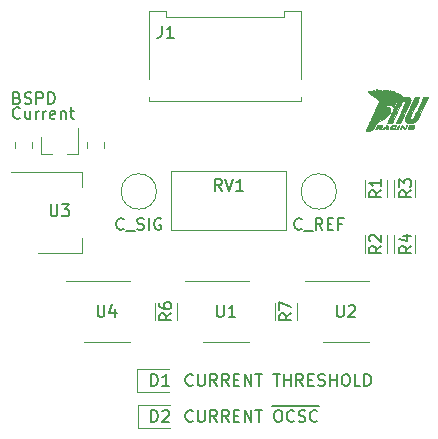
<source format=gbr>
G04 #@! TF.GenerationSoftware,KiCad,Pcbnew,(5.1.6)-1*
G04 #@! TF.CreationDate,2021-06-24T15:04:22+10:00*
G04 #@! TF.ProjectId,BSPD_Accumulator,42535044-5f41-4636-9375-6d756c61746f,rev?*
G04 #@! TF.SameCoordinates,Original*
G04 #@! TF.FileFunction,Legend,Top*
G04 #@! TF.FilePolarity,Positive*
%FSLAX46Y46*%
G04 Gerber Fmt 4.6, Leading zero omitted, Abs format (unit mm)*
G04 Created by KiCad (PCBNEW (5.1.6)-1) date 2021-06-24 15:04:22*
%MOMM*%
%LPD*%
G01*
G04 APERTURE LIST*
%ADD10C,0.150000*%
%ADD11C,0.010000*%
%ADD12C,0.120000*%
G04 APERTURE END LIST*
D10*
X70969428Y-52173142D02*
X70921809Y-52220761D01*
X70778952Y-52268380D01*
X70683714Y-52268380D01*
X70540857Y-52220761D01*
X70445619Y-52125523D01*
X70398000Y-52030285D01*
X70350380Y-51839809D01*
X70350380Y-51696952D01*
X70398000Y-51506476D01*
X70445619Y-51411238D01*
X70540857Y-51316000D01*
X70683714Y-51268380D01*
X70778952Y-51268380D01*
X70921809Y-51316000D01*
X70969428Y-51363619D01*
X71826571Y-51601714D02*
X71826571Y-52268380D01*
X71398000Y-51601714D02*
X71398000Y-52125523D01*
X71445619Y-52220761D01*
X71540857Y-52268380D01*
X71683714Y-52268380D01*
X71778952Y-52220761D01*
X71826571Y-52173142D01*
X72302761Y-52268380D02*
X72302761Y-51601714D01*
X72302761Y-51792190D02*
X72350380Y-51696952D01*
X72398000Y-51649333D01*
X72493238Y-51601714D01*
X72588476Y-51601714D01*
X72921809Y-52268380D02*
X72921809Y-51601714D01*
X72921809Y-51792190D02*
X72969428Y-51696952D01*
X73017047Y-51649333D01*
X73112285Y-51601714D01*
X73207523Y-51601714D01*
X73921809Y-52220761D02*
X73826571Y-52268380D01*
X73636095Y-52268380D01*
X73540857Y-52220761D01*
X73493238Y-52125523D01*
X73493238Y-51744571D01*
X73540857Y-51649333D01*
X73636095Y-51601714D01*
X73826571Y-51601714D01*
X73921809Y-51649333D01*
X73969428Y-51744571D01*
X73969428Y-51839809D01*
X73493238Y-51935047D01*
X74398000Y-51601714D02*
X74398000Y-52268380D01*
X74398000Y-51696952D02*
X74445619Y-51649333D01*
X74540857Y-51601714D01*
X74683714Y-51601714D01*
X74778952Y-51649333D01*
X74826571Y-51744571D01*
X74826571Y-52268380D01*
X75159904Y-51601714D02*
X75540857Y-51601714D01*
X75302761Y-51268380D02*
X75302761Y-52125523D01*
X75350380Y-52220761D01*
X75445619Y-52268380D01*
X75540857Y-52268380D01*
X70731238Y-50474571D02*
X70874095Y-50522190D01*
X70921714Y-50569809D01*
X70969333Y-50665047D01*
X70969333Y-50807904D01*
X70921714Y-50903142D01*
X70874095Y-50950761D01*
X70778857Y-50998380D01*
X70397904Y-50998380D01*
X70397904Y-49998380D01*
X70731238Y-49998380D01*
X70826476Y-50046000D01*
X70874095Y-50093619D01*
X70921714Y-50188857D01*
X70921714Y-50284095D01*
X70874095Y-50379333D01*
X70826476Y-50426952D01*
X70731238Y-50474571D01*
X70397904Y-50474571D01*
X71350285Y-50950761D02*
X71493142Y-50998380D01*
X71731238Y-50998380D01*
X71826476Y-50950761D01*
X71874095Y-50903142D01*
X71921714Y-50807904D01*
X71921714Y-50712666D01*
X71874095Y-50617428D01*
X71826476Y-50569809D01*
X71731238Y-50522190D01*
X71540761Y-50474571D01*
X71445523Y-50426952D01*
X71397904Y-50379333D01*
X71350285Y-50284095D01*
X71350285Y-50188857D01*
X71397904Y-50093619D01*
X71445523Y-50046000D01*
X71540761Y-49998380D01*
X71778857Y-49998380D01*
X71921714Y-50046000D01*
X72350285Y-50998380D02*
X72350285Y-49998380D01*
X72731238Y-49998380D01*
X72826476Y-50046000D01*
X72874095Y-50093619D01*
X72921714Y-50188857D01*
X72921714Y-50331714D01*
X72874095Y-50426952D01*
X72826476Y-50474571D01*
X72731238Y-50522190D01*
X72350285Y-50522190D01*
X73350285Y-50998380D02*
X73350285Y-49998380D01*
X73588380Y-49998380D01*
X73731238Y-50046000D01*
X73826476Y-50141238D01*
X73874095Y-50236476D01*
X73921714Y-50426952D01*
X73921714Y-50569809D01*
X73874095Y-50760285D01*
X73826476Y-50855523D01*
X73731238Y-50950761D01*
X73588380Y-50998380D01*
X73350285Y-50998380D01*
D11*
G36*
X105466985Y-50396081D02*
G01*
X105506978Y-50405360D01*
X105511600Y-50411393D01*
X105501218Y-50437538D01*
X105471576Y-50504763D01*
X105424932Y-50608128D01*
X105363543Y-50742695D01*
X105289665Y-50903524D01*
X105205555Y-51085676D01*
X105113470Y-51284212D01*
X105073450Y-51370243D01*
X104953705Y-51626466D01*
X104852178Y-51840552D01*
X104766177Y-52016661D01*
X104693011Y-52158954D01*
X104629988Y-52271591D01*
X104574415Y-52358732D01*
X104523603Y-52424538D01*
X104474858Y-52473168D01*
X104425490Y-52508784D01*
X104372806Y-52535544D01*
X104314115Y-52557611D01*
X104302807Y-52561372D01*
X104160318Y-52596578D01*
X104008588Y-52615087D01*
X103869252Y-52614949D01*
X103805636Y-52606196D01*
X103677992Y-52561884D01*
X103590461Y-52492912D01*
X103545880Y-52403024D01*
X103547087Y-52295967D01*
X103553083Y-52272791D01*
X103569639Y-52230135D01*
X103605326Y-52147166D01*
X103657598Y-52029513D01*
X103723908Y-51882805D01*
X103801708Y-51712672D01*
X103888452Y-51524742D01*
X103981594Y-51324646D01*
X103995510Y-51294891D01*
X104411342Y-50406300D01*
X104593171Y-50398837D01*
X104697977Y-50397724D01*
X104757097Y-50405356D01*
X104775000Y-50421552D01*
X104764577Y-50450562D01*
X104734857Y-50520395D01*
X104688167Y-50625903D01*
X104626828Y-50761941D01*
X104553167Y-50923361D01*
X104469508Y-51105017D01*
X104378174Y-51301761D01*
X104355900Y-51349520D01*
X104263260Y-51548291D01*
X104177721Y-51732446D01*
X104101594Y-51896962D01*
X104037191Y-52036813D01*
X103986825Y-52146975D01*
X103952808Y-52222423D01*
X103937452Y-52258133D01*
X103936800Y-52260254D01*
X103959655Y-52267651D01*
X104018072Y-52272337D01*
X104063399Y-52273200D01*
X104152079Y-52266983D01*
X104214728Y-52242793D01*
X104263787Y-52203350D01*
X104299176Y-52155439D01*
X104353771Y-52060540D01*
X104427553Y-51918687D01*
X104520507Y-51729914D01*
X104632613Y-51494255D01*
X104725304Y-51295300D01*
X104814916Y-51102148D01*
X104898555Y-50922965D01*
X104973668Y-50763138D01*
X105037700Y-50628057D01*
X105088098Y-50523108D01*
X105122308Y-50453681D01*
X105137627Y-50425350D01*
X105170543Y-50411281D01*
X105234999Y-50400757D01*
X105315933Y-50394342D01*
X105398282Y-50392595D01*
X105466985Y-50396081D01*
G37*
X105466985Y-50396081D02*
X105506978Y-50405360D01*
X105511600Y-50411393D01*
X105501218Y-50437538D01*
X105471576Y-50504763D01*
X105424932Y-50608128D01*
X105363543Y-50742695D01*
X105289665Y-50903524D01*
X105205555Y-51085676D01*
X105113470Y-51284212D01*
X105073450Y-51370243D01*
X104953705Y-51626466D01*
X104852178Y-51840552D01*
X104766177Y-52016661D01*
X104693011Y-52158954D01*
X104629988Y-52271591D01*
X104574415Y-52358732D01*
X104523603Y-52424538D01*
X104474858Y-52473168D01*
X104425490Y-52508784D01*
X104372806Y-52535544D01*
X104314115Y-52557611D01*
X104302807Y-52561372D01*
X104160318Y-52596578D01*
X104008588Y-52615087D01*
X103869252Y-52614949D01*
X103805636Y-52606196D01*
X103677992Y-52561884D01*
X103590461Y-52492912D01*
X103545880Y-52403024D01*
X103547087Y-52295967D01*
X103553083Y-52272791D01*
X103569639Y-52230135D01*
X103605326Y-52147166D01*
X103657598Y-52029513D01*
X103723908Y-51882805D01*
X103801708Y-51712672D01*
X103888452Y-51524742D01*
X103981594Y-51324646D01*
X103995510Y-51294891D01*
X104411342Y-50406300D01*
X104593171Y-50398837D01*
X104697977Y-50397724D01*
X104757097Y-50405356D01*
X104775000Y-50421552D01*
X104764577Y-50450562D01*
X104734857Y-50520395D01*
X104688167Y-50625903D01*
X104626828Y-50761941D01*
X104553167Y-50923361D01*
X104469508Y-51105017D01*
X104378174Y-51301761D01*
X104355900Y-51349520D01*
X104263260Y-51548291D01*
X104177721Y-51732446D01*
X104101594Y-51896962D01*
X104037191Y-52036813D01*
X103986825Y-52146975D01*
X103952808Y-52222423D01*
X103937452Y-52258133D01*
X103936800Y-52260254D01*
X103959655Y-52267651D01*
X104018072Y-52272337D01*
X104063399Y-52273200D01*
X104152079Y-52266983D01*
X104214728Y-52242793D01*
X104263787Y-52203350D01*
X104299176Y-52155439D01*
X104353771Y-52060540D01*
X104427553Y-51918687D01*
X104520507Y-51729914D01*
X104632613Y-51494255D01*
X104725304Y-51295300D01*
X104814916Y-51102148D01*
X104898555Y-50922965D01*
X104973668Y-50763138D01*
X105037700Y-50628057D01*
X105088098Y-50523108D01*
X105122308Y-50453681D01*
X105137627Y-50425350D01*
X105170543Y-50411281D01*
X105234999Y-50400757D01*
X105315933Y-50394342D01*
X105398282Y-50392595D01*
X105466985Y-50396081D01*
G36*
X103774596Y-50418760D02*
G01*
X103899569Y-50454414D01*
X103983600Y-50516148D01*
X104028769Y-50605319D01*
X104038400Y-50689003D01*
X104028035Y-50722517D01*
X103998797Y-50795878D01*
X103953470Y-50902980D01*
X103894838Y-51037717D01*
X103825685Y-51193985D01*
X103748794Y-51365676D01*
X103666950Y-51546687D01*
X103582937Y-51730911D01*
X103499538Y-51912242D01*
X103419538Y-52084575D01*
X103345721Y-52241805D01*
X103280870Y-52377826D01*
X103227769Y-52486532D01*
X103189203Y-52561818D01*
X103168386Y-52597050D01*
X103135004Y-52611345D01*
X103070299Y-52621864D01*
X102989291Y-52628095D01*
X102907002Y-52629531D01*
X102838450Y-52625660D01*
X102798658Y-52615973D01*
X102794129Y-52609750D01*
X102804615Y-52583294D01*
X102834390Y-52515871D01*
X102881155Y-52412499D01*
X102942611Y-52278195D01*
X103016459Y-52117978D01*
X103100400Y-51936864D01*
X103192136Y-51739872D01*
X103221827Y-51676300D01*
X103649195Y-50761900D01*
X103521648Y-50754061D01*
X103421581Y-50756251D01*
X103350857Y-50780153D01*
X103331327Y-50793091D01*
X103301728Y-50830118D01*
X103254011Y-50910781D01*
X103187864Y-51035695D01*
X103102971Y-51205476D01*
X102999020Y-51420738D01*
X102875696Y-51682097D01*
X102854240Y-51728030D01*
X102439929Y-52616100D01*
X102246076Y-52623563D01*
X102152506Y-52624421D01*
X102087394Y-52619543D01*
X102060973Y-52609803D01*
X102061062Y-52607737D01*
X102073417Y-52580392D01*
X102105018Y-52512008D01*
X102153551Y-52407548D01*
X102216704Y-52271972D01*
X102292167Y-52110242D01*
X102377625Y-51927319D01*
X102470769Y-51728164D01*
X102512566Y-51638861D01*
X102647812Y-51352344D01*
X102763538Y-51112291D01*
X102859707Y-50918771D01*
X102936284Y-50771856D01*
X102993232Y-50671615D01*
X103030516Y-50618121D01*
X103033112Y-50615395D01*
X103176207Y-50507214D01*
X103350007Y-50438565D01*
X103555470Y-50409100D01*
X103606600Y-50407833D01*
X103774596Y-50418760D01*
G37*
X103774596Y-50418760D02*
X103899569Y-50454414D01*
X103983600Y-50516148D01*
X104028769Y-50605319D01*
X104038400Y-50689003D01*
X104028035Y-50722517D01*
X103998797Y-50795878D01*
X103953470Y-50902980D01*
X103894838Y-51037717D01*
X103825685Y-51193985D01*
X103748794Y-51365676D01*
X103666950Y-51546687D01*
X103582937Y-51730911D01*
X103499538Y-51912242D01*
X103419538Y-52084575D01*
X103345721Y-52241805D01*
X103280870Y-52377826D01*
X103227769Y-52486532D01*
X103189203Y-52561818D01*
X103168386Y-52597050D01*
X103135004Y-52611345D01*
X103070299Y-52621864D01*
X102989291Y-52628095D01*
X102907002Y-52629531D01*
X102838450Y-52625660D01*
X102798658Y-52615973D01*
X102794129Y-52609750D01*
X102804615Y-52583294D01*
X102834390Y-52515871D01*
X102881155Y-52412499D01*
X102942611Y-52278195D01*
X103016459Y-52117978D01*
X103100400Y-51936864D01*
X103192136Y-51739872D01*
X103221827Y-51676300D01*
X103649195Y-50761900D01*
X103521648Y-50754061D01*
X103421581Y-50756251D01*
X103350857Y-50780153D01*
X103331327Y-50793091D01*
X103301728Y-50830118D01*
X103254011Y-50910781D01*
X103187864Y-51035695D01*
X103102971Y-51205476D01*
X102999020Y-51420738D01*
X102875696Y-51682097D01*
X102854240Y-51728030D01*
X102439929Y-52616100D01*
X102246076Y-52623563D01*
X102152506Y-52624421D01*
X102087394Y-52619543D01*
X102060973Y-52609803D01*
X102061062Y-52607737D01*
X102073417Y-52580392D01*
X102105018Y-52512008D01*
X102153551Y-52407548D01*
X102216704Y-52271972D01*
X102292167Y-52110242D01*
X102377625Y-51927319D01*
X102470769Y-51728164D01*
X102512566Y-51638861D01*
X102647812Y-51352344D01*
X102763538Y-51112291D01*
X102859707Y-50918771D01*
X102936284Y-50771856D01*
X102993232Y-50671615D01*
X103030516Y-50618121D01*
X103033112Y-50615395D01*
X103176207Y-50507214D01*
X103350007Y-50438565D01*
X103555470Y-50409100D01*
X103606600Y-50407833D01*
X103774596Y-50418760D01*
G36*
X104171875Y-52811845D02*
G01*
X104271077Y-52818178D01*
X104329553Y-52828922D01*
X104357341Y-52846678D01*
X104363399Y-52861445D01*
X104362051Y-52882037D01*
X104341849Y-52893126D01*
X104293312Y-52896066D01*
X104206958Y-52892214D01*
X104166818Y-52889565D01*
X104072227Y-52884590D01*
X104000806Y-52883705D01*
X103964475Y-52886956D01*
X103962200Y-52888768D01*
X103953283Y-52918555D01*
X103931132Y-52976106D01*
X103923759Y-52993998D01*
X103885318Y-53086000D01*
X104038059Y-53086000D01*
X104126662Y-53083085D01*
X104174282Y-53072751D01*
X104190482Y-53052611D01*
X104190800Y-53047900D01*
X104168719Y-53017257D01*
X104127300Y-53009800D01*
X104079565Y-53001105D01*
X104063800Y-52984400D01*
X104086644Y-52969910D01*
X104145052Y-52960714D01*
X104190800Y-52959000D01*
X104263237Y-52962427D01*
X104309176Y-52971190D01*
X104317705Y-52978050D01*
X104305510Y-53010320D01*
X104275481Y-53065943D01*
X104267278Y-53079650D01*
X104216946Y-53162200D01*
X104000673Y-53162200D01*
X103890314Y-53160242D01*
X103822828Y-53153529D01*
X103790410Y-53140803D01*
X103784400Y-53127328D01*
X103797293Y-53067867D01*
X103829634Y-52989934D01*
X103871909Y-52911836D01*
X103914608Y-52851881D01*
X103938233Y-52831232D01*
X103987923Y-52818836D01*
X104070640Y-52811845D01*
X104168767Y-52811723D01*
X104171875Y-52811845D01*
G37*
X104171875Y-52811845D02*
X104271077Y-52818178D01*
X104329553Y-52828922D01*
X104357341Y-52846678D01*
X104363399Y-52861445D01*
X104362051Y-52882037D01*
X104341849Y-52893126D01*
X104293312Y-52896066D01*
X104206958Y-52892214D01*
X104166818Y-52889565D01*
X104072227Y-52884590D01*
X104000806Y-52883705D01*
X103964475Y-52886956D01*
X103962200Y-52888768D01*
X103953283Y-52918555D01*
X103931132Y-52976106D01*
X103923759Y-52993998D01*
X103885318Y-53086000D01*
X104038059Y-53086000D01*
X104126662Y-53083085D01*
X104174282Y-53072751D01*
X104190482Y-53052611D01*
X104190800Y-53047900D01*
X104168719Y-53017257D01*
X104127300Y-53009800D01*
X104079565Y-53001105D01*
X104063800Y-52984400D01*
X104086644Y-52969910D01*
X104145052Y-52960714D01*
X104190800Y-52959000D01*
X104263237Y-52962427D01*
X104309176Y-52971190D01*
X104317705Y-52978050D01*
X104305510Y-53010320D01*
X104275481Y-53065943D01*
X104267278Y-53079650D01*
X104216946Y-53162200D01*
X104000673Y-53162200D01*
X103890314Y-53160242D01*
X103822828Y-53153529D01*
X103790410Y-53140803D01*
X103784400Y-53127328D01*
X103797293Y-53067867D01*
X103829634Y-52989934D01*
X103871909Y-52911836D01*
X103914608Y-52851881D01*
X103938233Y-52831232D01*
X103987923Y-52818836D01*
X104070640Y-52811845D01*
X104168767Y-52811723D01*
X104171875Y-52811845D01*
G36*
X103733515Y-52828824D02*
G01*
X103733600Y-52832724D01*
X103721668Y-52877904D01*
X103691201Y-52945573D01*
X103650189Y-53021778D01*
X103606622Y-53092567D01*
X103568493Y-53143988D01*
X103544893Y-53162200D01*
X103510264Y-53144294D01*
X103456442Y-53097802D01*
X103406465Y-53045354D01*
X103303613Y-52928508D01*
X103246845Y-53045354D01*
X103206834Y-53112345D01*
X103167533Y-53154412D01*
X103137192Y-53165459D01*
X103124061Y-53139396D01*
X103124000Y-53136075D01*
X103134805Y-53099099D01*
X103162344Y-53036170D01*
X103199300Y-52961391D01*
X103238356Y-52888863D01*
X103272196Y-52832688D01*
X103293502Y-52806971D01*
X103294943Y-52806600D01*
X103320797Y-52823141D01*
X103371159Y-52866428D01*
X103432727Y-52924768D01*
X103552700Y-53042937D01*
X103610111Y-52924768D01*
X103650312Y-52857253D01*
X103689714Y-52814706D01*
X103720166Y-52803204D01*
X103733515Y-52828824D01*
G37*
X103733515Y-52828824D02*
X103733600Y-52832724D01*
X103721668Y-52877904D01*
X103691201Y-52945573D01*
X103650189Y-53021778D01*
X103606622Y-53092567D01*
X103568493Y-53143988D01*
X103544893Y-53162200D01*
X103510264Y-53144294D01*
X103456442Y-53097802D01*
X103406465Y-53045354D01*
X103303613Y-52928508D01*
X103246845Y-53045354D01*
X103206834Y-53112345D01*
X103167533Y-53154412D01*
X103137192Y-53165459D01*
X103124061Y-53139396D01*
X103124000Y-53136075D01*
X103134805Y-53099099D01*
X103162344Y-53036170D01*
X103199300Y-52961391D01*
X103238356Y-52888863D01*
X103272196Y-52832688D01*
X103293502Y-52806971D01*
X103294943Y-52806600D01*
X103320797Y-52823141D01*
X103371159Y-52866428D01*
X103432727Y-52924768D01*
X103552700Y-53042937D01*
X103610111Y-52924768D01*
X103650312Y-52857253D01*
X103689714Y-52814706D01*
X103720166Y-52803204D01*
X103733515Y-52828824D01*
G36*
X103075460Y-52811003D02*
G01*
X103080040Y-52831038D01*
X103065236Y-52876940D01*
X103032438Y-52952650D01*
X102995898Y-53034493D01*
X102967009Y-53099913D01*
X102953841Y-53130450D01*
X102927463Y-53151719D01*
X102885054Y-53162887D01*
X102850971Y-53159598D01*
X102844600Y-53149980D01*
X102855035Y-53122860D01*
X102882547Y-53062719D01*
X102921445Y-52981949D01*
X102926251Y-52972180D01*
X102983547Y-52869341D01*
X103029916Y-52815543D01*
X103052931Y-52806600D01*
X103075460Y-52811003D01*
G37*
X103075460Y-52811003D02*
X103080040Y-52831038D01*
X103065236Y-52876940D01*
X103032438Y-52952650D01*
X102995898Y-53034493D01*
X102967009Y-53099913D01*
X102953841Y-53130450D01*
X102927463Y-53151719D01*
X102885054Y-53162887D01*
X102850971Y-53159598D01*
X102844600Y-53149980D01*
X102855035Y-53122860D01*
X102882547Y-53062719D01*
X102921445Y-52981949D01*
X102926251Y-52972180D01*
X102983547Y-52869341D01*
X103029916Y-52815543D01*
X103052931Y-52806600D01*
X103075460Y-52811003D01*
G36*
X102655158Y-52811524D02*
G01*
X102740264Y-52818024D01*
X102786094Y-52829338D01*
X102804172Y-52849928D01*
X102806500Y-52870100D01*
X102786035Y-52915128D01*
X102746530Y-52929386D01*
X102704843Y-52927511D01*
X102703579Y-52910336D01*
X102692897Y-52892244D01*
X102632518Y-52883613D01*
X102592751Y-52882800D01*
X102514274Y-52885888D01*
X102468904Y-52900424D01*
X102439068Y-52934309D01*
X102426152Y-52957738D01*
X102399312Y-53017114D01*
X102387432Y-53058186D01*
X102387400Y-53059338D01*
X102409199Y-53077783D01*
X102462900Y-53085285D01*
X102530960Y-53082549D01*
X102595834Y-53070281D01*
X102639977Y-53049187D01*
X102639980Y-53049184D01*
X102688742Y-53023520D01*
X102718664Y-53037288D01*
X102717695Y-53079577D01*
X102703068Y-53106307D01*
X102676428Y-53135612D01*
X102638951Y-53152523D01*
X102577419Y-53160299D01*
X102478614Y-53162199D01*
X102476358Y-53162200D01*
X102383641Y-53159337D01*
X102312326Y-53151785D01*
X102276194Y-53141091D01*
X102274788Y-53139532D01*
X102276921Y-53105988D01*
X102296621Y-53041745D01*
X102323488Y-52975066D01*
X102363830Y-52893868D01*
X102406044Y-52843098D01*
X102462535Y-52816640D01*
X102545706Y-52808378D01*
X102655158Y-52811524D01*
G37*
X102655158Y-52811524D02*
X102740264Y-52818024D01*
X102786094Y-52829338D01*
X102804172Y-52849928D01*
X102806500Y-52870100D01*
X102786035Y-52915128D01*
X102746530Y-52929386D01*
X102704843Y-52927511D01*
X102703579Y-52910336D01*
X102692897Y-52892244D01*
X102632518Y-52883613D01*
X102592751Y-52882800D01*
X102514274Y-52885888D01*
X102468904Y-52900424D01*
X102439068Y-52934309D01*
X102426152Y-52957738D01*
X102399312Y-53017114D01*
X102387432Y-53058186D01*
X102387400Y-53059338D01*
X102409199Y-53077783D01*
X102462900Y-53085285D01*
X102530960Y-53082549D01*
X102595834Y-53070281D01*
X102639977Y-53049187D01*
X102639980Y-53049184D01*
X102688742Y-53023520D01*
X102718664Y-53037288D01*
X102717695Y-53079577D01*
X102703068Y-53106307D01*
X102676428Y-53135612D01*
X102638951Y-53152523D01*
X102577419Y-53160299D01*
X102478614Y-53162199D01*
X102476358Y-53162200D01*
X102383641Y-53159337D01*
X102312326Y-53151785D01*
X102276194Y-53141091D01*
X102274788Y-53139532D01*
X102276921Y-53105988D01*
X102296621Y-53041745D01*
X102323488Y-52975066D01*
X102363830Y-52893868D01*
X102406044Y-52843098D01*
X102462535Y-52816640D01*
X102545706Y-52808378D01*
X102655158Y-52811524D01*
G36*
X102068179Y-52825835D02*
G01*
X102093510Y-52887088D01*
X102109182Y-52951998D01*
X102127687Y-53036647D01*
X102143889Y-53103108D01*
X102151801Y-53129798D01*
X102142302Y-53156101D01*
X102109920Y-53162200D01*
X102059925Y-53146426D01*
X102040985Y-53124100D01*
X102012284Y-53099152D01*
X101945742Y-53087483D01*
X101892492Y-53086000D01*
X101789124Y-53094645D01*
X101730693Y-53120135D01*
X101727000Y-53124100D01*
X101676777Y-53155313D01*
X101641339Y-53161286D01*
X101608091Y-53158201D01*
X101609753Y-53143991D01*
X101648519Y-53108689D01*
X101653904Y-53104136D01*
X101707421Y-53058527D01*
X101764143Y-53009800D01*
X101870544Y-53009800D01*
X101938472Y-53009800D01*
X101989013Y-53000832D01*
X102005713Y-52964446D01*
X102006400Y-52946300D01*
X102003559Y-52898504D01*
X101998127Y-52882800D01*
X101977076Y-52899302D01*
X101936452Y-52939692D01*
X101930200Y-52946300D01*
X101870544Y-53009800D01*
X101764143Y-53009800D01*
X101782631Y-52993919D01*
X101859842Y-52927250D01*
X101933767Y-52867760D01*
X101997282Y-52824665D01*
X102037419Y-52806691D01*
X102039087Y-52806600D01*
X102068179Y-52825835D01*
G37*
X102068179Y-52825835D02*
X102093510Y-52887088D01*
X102109182Y-52951998D01*
X102127687Y-53036647D01*
X102143889Y-53103108D01*
X102151801Y-53129798D01*
X102142302Y-53156101D01*
X102109920Y-53162200D01*
X102059925Y-53146426D01*
X102040985Y-53124100D01*
X102012284Y-53099152D01*
X101945742Y-53087483D01*
X101892492Y-53086000D01*
X101789124Y-53094645D01*
X101730693Y-53120135D01*
X101727000Y-53124100D01*
X101676777Y-53155313D01*
X101641339Y-53161286D01*
X101608091Y-53158201D01*
X101609753Y-53143991D01*
X101648519Y-53108689D01*
X101653904Y-53104136D01*
X101707421Y-53058527D01*
X101764143Y-53009800D01*
X101870544Y-53009800D01*
X101938472Y-53009800D01*
X101989013Y-53000832D01*
X102005713Y-52964446D01*
X102006400Y-52946300D01*
X102003559Y-52898504D01*
X101998127Y-52882800D01*
X101977076Y-52899302D01*
X101936452Y-52939692D01*
X101930200Y-52946300D01*
X101870544Y-53009800D01*
X101764143Y-53009800D01*
X101782631Y-52993919D01*
X101859842Y-52927250D01*
X101933767Y-52867760D01*
X101997282Y-52824665D01*
X102037419Y-52806691D01*
X102039087Y-52806600D01*
X102068179Y-52825835D01*
G36*
X101503155Y-52810000D02*
G01*
X101575682Y-52819026D01*
X101612357Y-52831917D01*
X101613592Y-52833443D01*
X101623017Y-52891488D01*
X101596848Y-52955729D01*
X101544061Y-53007988D01*
X101521536Y-53019843D01*
X101472298Y-53044341D01*
X101464924Y-53064559D01*
X101484321Y-53084855D01*
X101520327Y-53127685D01*
X101508708Y-53154396D01*
X101460885Y-53162200D01*
X101393772Y-53138615D01*
X101356364Y-53098700D01*
X101311162Y-53052744D01*
X101266334Y-53035200D01*
X101220235Y-53056525D01*
X101188978Y-53098700D01*
X101152064Y-53145787D01*
X101113322Y-53162200D01*
X101074236Y-53158031D01*
X101066600Y-53153013D01*
X101076315Y-53127118D01*
X101101940Y-53067336D01*
X101138194Y-52985946D01*
X101143052Y-52975213D01*
X101156727Y-52945053D01*
X101258928Y-52945053D01*
X101285166Y-52955198D01*
X101348842Y-52955396D01*
X101376045Y-52953967D01*
X101457020Y-52943504D01*
X101507777Y-52925365D01*
X101517570Y-52914550D01*
X101504149Y-52893333D01*
X101457256Y-52882263D01*
X101393092Y-52880859D01*
X101327859Y-52888636D01*
X101277761Y-52905113D01*
X101260109Y-52922217D01*
X101258928Y-52945053D01*
X101156727Y-52945053D01*
X101219505Y-52806600D01*
X101408253Y-52806600D01*
X101503155Y-52810000D01*
G37*
X101503155Y-52810000D02*
X101575682Y-52819026D01*
X101612357Y-52831917D01*
X101613592Y-52833443D01*
X101623017Y-52891488D01*
X101596848Y-52955729D01*
X101544061Y-53007988D01*
X101521536Y-53019843D01*
X101472298Y-53044341D01*
X101464924Y-53064559D01*
X101484321Y-53084855D01*
X101520327Y-53127685D01*
X101508708Y-53154396D01*
X101460885Y-53162200D01*
X101393772Y-53138615D01*
X101356364Y-53098700D01*
X101311162Y-53052744D01*
X101266334Y-53035200D01*
X101220235Y-53056525D01*
X101188978Y-53098700D01*
X101152064Y-53145787D01*
X101113322Y-53162200D01*
X101074236Y-53158031D01*
X101066600Y-53153013D01*
X101076315Y-53127118D01*
X101101940Y-53067336D01*
X101138194Y-52985946D01*
X101143052Y-52975213D01*
X101156727Y-52945053D01*
X101258928Y-52945053D01*
X101285166Y-52955198D01*
X101348842Y-52955396D01*
X101376045Y-52953967D01*
X101457020Y-52943504D01*
X101507777Y-52925365D01*
X101517570Y-52914550D01*
X101504149Y-52893333D01*
X101457256Y-52882263D01*
X101393092Y-52880859D01*
X101327859Y-52888636D01*
X101277761Y-52905113D01*
X101260109Y-52922217D01*
X101258928Y-52945053D01*
X101156727Y-52945053D01*
X101219505Y-52806600D01*
X101408253Y-52806600D01*
X101503155Y-52810000D01*
G36*
X101339679Y-49789393D02*
G01*
X101557501Y-49796700D01*
X101587438Y-49885600D01*
X101617374Y-49974500D01*
X101651889Y-49879249D01*
X101676576Y-49820684D01*
X101706279Y-49793194D01*
X101759129Y-49785448D01*
X101801952Y-49785463D01*
X101901251Y-49790724D01*
X102000300Y-49801876D01*
X102018358Y-49804824D01*
X102081713Y-49819950D01*
X102115250Y-49846489D01*
X102134207Y-49900549D01*
X102141400Y-49934899D01*
X102163584Y-50047078D01*
X102216984Y-49953639D01*
X102249329Y-49902642D01*
X102282153Y-49874477D01*
X102326902Y-49867817D01*
X102395021Y-49881337D01*
X102497957Y-49913713D01*
X102514400Y-49919206D01*
X102679500Y-49974500D01*
X102687476Y-50085855D01*
X102695453Y-50197211D01*
X102776846Y-50118323D01*
X102858238Y-50039434D01*
X103092719Y-50169907D01*
X103188994Y-50224906D01*
X103266110Y-50271680D01*
X103314835Y-50304457D01*
X103327200Y-50316487D01*
X103305753Y-50334400D01*
X103252281Y-50359316D01*
X103232040Y-50367004D01*
X103168513Y-50401907D01*
X103086545Y-50463259D01*
X103001334Y-50539444D01*
X102984390Y-50556301D01*
X102909470Y-50637500D01*
X102848719Y-50717882D01*
X102793100Y-50811686D01*
X102733574Y-50933150D01*
X102704900Y-50996590D01*
X102651563Y-51115080D01*
X102613958Y-51193111D01*
X102587739Y-51236887D01*
X102568565Y-51252615D01*
X102552092Y-51246500D01*
X102539800Y-51232491D01*
X102459313Y-51166945D01*
X102342256Y-51124883D01*
X102197730Y-51107542D01*
X102034836Y-51116162D01*
X101891086Y-51144209D01*
X101812195Y-51167371D01*
X101750751Y-51189970D01*
X101713956Y-51208227D01*
X101709010Y-51218364D01*
X101743116Y-51216603D01*
X101758199Y-51213935D01*
X101812694Y-51211651D01*
X101899317Y-51216497D01*
X102000058Y-51227423D01*
X102007775Y-51228471D01*
X102111399Y-51245425D01*
X102179904Y-51265588D01*
X102228878Y-51295221D01*
X102266749Y-51332482D01*
X102318482Y-51411766D01*
X102334178Y-51500034D01*
X102313670Y-51606151D01*
X102259147Y-51734282D01*
X102167824Y-51876697D01*
X102036266Y-52025145D01*
X101873080Y-52171696D01*
X101686875Y-52308419D01*
X101536468Y-52400200D01*
X101319275Y-52535722D01*
X101146707Y-52676492D01*
X101012594Y-52828522D01*
X100910765Y-52997827D01*
X100899954Y-53020602D01*
X100851101Y-53120461D01*
X100810808Y-53184497D01*
X100769810Y-53224454D01*
X100718841Y-53252081D01*
X100716592Y-53253042D01*
X100600287Y-53289156D01*
X100479187Y-53305096D01*
X100370707Y-53299857D01*
X100299872Y-53277132D01*
X100231645Y-53238478D01*
X100301716Y-53087183D01*
X100436768Y-53087183D01*
X100446398Y-53148813D01*
X100446618Y-53149693D01*
X100461359Y-53194717D01*
X100476232Y-53194872D01*
X100487960Y-53176761D01*
X100495053Y-53121308D01*
X100480786Y-53096756D01*
X100448579Y-53069292D01*
X100436768Y-53087183D01*
X100301716Y-53087183D01*
X100328715Y-53028889D01*
X100360018Y-52961538D01*
X100410101Y-52854081D01*
X100476207Y-52712419D01*
X100555579Y-52542455D01*
X100645460Y-52350090D01*
X100743095Y-52141226D01*
X100845726Y-51921766D01*
X100911609Y-51780931D01*
X101006089Y-51578508D01*
X101244400Y-51578508D01*
X101262107Y-51571884D01*
X101307526Y-51540685D01*
X101346000Y-51511200D01*
X101404175Y-51459689D01*
X101440769Y-51416826D01*
X101447253Y-51401115D01*
X101439286Y-51343179D01*
X101421522Y-51288581D01*
X101401312Y-51258448D01*
X101397157Y-51257200D01*
X101380265Y-51278218D01*
X101350729Y-51331576D01*
X101315463Y-51402731D01*
X101281382Y-51477140D01*
X101255399Y-51540258D01*
X101244430Y-51577542D01*
X101244400Y-51578508D01*
X101006089Y-51578508D01*
X101028441Y-51530620D01*
X101124930Y-51322322D01*
X101202676Y-51152236D01*
X101263278Y-51016558D01*
X101308334Y-50911484D01*
X101339444Y-50833212D01*
X101358206Y-50777939D01*
X101366220Y-50741862D01*
X101365084Y-50721176D01*
X101360129Y-50714131D01*
X101187476Y-50581583D01*
X101021811Y-50452598D01*
X100942967Y-50390329D01*
X101804624Y-50390329D01*
X101811286Y-50476382D01*
X101824817Y-50547084D01*
X101829310Y-50560569D01*
X101851490Y-50605353D01*
X101868121Y-50616545D01*
X101869249Y-50586383D01*
X101854710Y-50535169D01*
X101837236Y-50467736D01*
X101829671Y-50394181D01*
X101832188Y-50331109D01*
X101844963Y-50295125D01*
X101852150Y-50292000D01*
X101880989Y-50309879D01*
X101928034Y-50355392D01*
X101956382Y-50387250D01*
X102000221Y-50435933D01*
X102015280Y-50444128D01*
X102005844Y-50419000D01*
X101961993Y-50342172D01*
X101912328Y-50273087D01*
X101866149Y-50222915D01*
X101832755Y-50202825D01*
X101826944Y-50204123D01*
X101812344Y-50237794D01*
X101804941Y-50305331D01*
X101804624Y-50390329D01*
X100942967Y-50390329D01*
X100867675Y-50330866D01*
X100729610Y-50220081D01*
X100612155Y-50123933D01*
X100519854Y-50046113D01*
X100457247Y-49990314D01*
X100428876Y-49960227D01*
X100427942Y-49956375D01*
X100458430Y-49943132D01*
X100527124Y-49921819D01*
X100622724Y-49895763D01*
X100698644Y-49876714D01*
X100952300Y-49815176D01*
X101006614Y-49903350D01*
X101043812Y-49956885D01*
X101068532Y-49967458D01*
X101087486Y-49932465D01*
X101103941Y-49865593D01*
X101121856Y-49782087D01*
X101339679Y-49789393D01*
G37*
X101339679Y-49789393D02*
X101557501Y-49796700D01*
X101587438Y-49885600D01*
X101617374Y-49974500D01*
X101651889Y-49879249D01*
X101676576Y-49820684D01*
X101706279Y-49793194D01*
X101759129Y-49785448D01*
X101801952Y-49785463D01*
X101901251Y-49790724D01*
X102000300Y-49801876D01*
X102018358Y-49804824D01*
X102081713Y-49819950D01*
X102115250Y-49846489D01*
X102134207Y-49900549D01*
X102141400Y-49934899D01*
X102163584Y-50047078D01*
X102216984Y-49953639D01*
X102249329Y-49902642D01*
X102282153Y-49874477D01*
X102326902Y-49867817D01*
X102395021Y-49881337D01*
X102497957Y-49913713D01*
X102514400Y-49919206D01*
X102679500Y-49974500D01*
X102687476Y-50085855D01*
X102695453Y-50197211D01*
X102776846Y-50118323D01*
X102858238Y-50039434D01*
X103092719Y-50169907D01*
X103188994Y-50224906D01*
X103266110Y-50271680D01*
X103314835Y-50304457D01*
X103327200Y-50316487D01*
X103305753Y-50334400D01*
X103252281Y-50359316D01*
X103232040Y-50367004D01*
X103168513Y-50401907D01*
X103086545Y-50463259D01*
X103001334Y-50539444D01*
X102984390Y-50556301D01*
X102909470Y-50637500D01*
X102848719Y-50717882D01*
X102793100Y-50811686D01*
X102733574Y-50933150D01*
X102704900Y-50996590D01*
X102651563Y-51115080D01*
X102613958Y-51193111D01*
X102587739Y-51236887D01*
X102568565Y-51252615D01*
X102552092Y-51246500D01*
X102539800Y-51232491D01*
X102459313Y-51166945D01*
X102342256Y-51124883D01*
X102197730Y-51107542D01*
X102034836Y-51116162D01*
X101891086Y-51144209D01*
X101812195Y-51167371D01*
X101750751Y-51189970D01*
X101713956Y-51208227D01*
X101709010Y-51218364D01*
X101743116Y-51216603D01*
X101758199Y-51213935D01*
X101812694Y-51211651D01*
X101899317Y-51216497D01*
X102000058Y-51227423D01*
X102007775Y-51228471D01*
X102111399Y-51245425D01*
X102179904Y-51265588D01*
X102228878Y-51295221D01*
X102266749Y-51332482D01*
X102318482Y-51411766D01*
X102334178Y-51500034D01*
X102313670Y-51606151D01*
X102259147Y-51734282D01*
X102167824Y-51876697D01*
X102036266Y-52025145D01*
X101873080Y-52171696D01*
X101686875Y-52308419D01*
X101536468Y-52400200D01*
X101319275Y-52535722D01*
X101146707Y-52676492D01*
X101012594Y-52828522D01*
X100910765Y-52997827D01*
X100899954Y-53020602D01*
X100851101Y-53120461D01*
X100810808Y-53184497D01*
X100769810Y-53224454D01*
X100718841Y-53252081D01*
X100716592Y-53253042D01*
X100600287Y-53289156D01*
X100479187Y-53305096D01*
X100370707Y-53299857D01*
X100299872Y-53277132D01*
X100231645Y-53238478D01*
X100301716Y-53087183D01*
X100436768Y-53087183D01*
X100446398Y-53148813D01*
X100446618Y-53149693D01*
X100461359Y-53194717D01*
X100476232Y-53194872D01*
X100487960Y-53176761D01*
X100495053Y-53121308D01*
X100480786Y-53096756D01*
X100448579Y-53069292D01*
X100436768Y-53087183D01*
X100301716Y-53087183D01*
X100328715Y-53028889D01*
X100360018Y-52961538D01*
X100410101Y-52854081D01*
X100476207Y-52712419D01*
X100555579Y-52542455D01*
X100645460Y-52350090D01*
X100743095Y-52141226D01*
X100845726Y-51921766D01*
X100911609Y-51780931D01*
X101006089Y-51578508D01*
X101244400Y-51578508D01*
X101262107Y-51571884D01*
X101307526Y-51540685D01*
X101346000Y-51511200D01*
X101404175Y-51459689D01*
X101440769Y-51416826D01*
X101447253Y-51401115D01*
X101439286Y-51343179D01*
X101421522Y-51288581D01*
X101401312Y-51258448D01*
X101397157Y-51257200D01*
X101380265Y-51278218D01*
X101350729Y-51331576D01*
X101315463Y-51402731D01*
X101281382Y-51477140D01*
X101255399Y-51540258D01*
X101244430Y-51577542D01*
X101244400Y-51578508D01*
X101006089Y-51578508D01*
X101028441Y-51530620D01*
X101124930Y-51322322D01*
X101202676Y-51152236D01*
X101263278Y-51016558D01*
X101308334Y-50911484D01*
X101339444Y-50833212D01*
X101358206Y-50777939D01*
X101366220Y-50741862D01*
X101365084Y-50721176D01*
X101360129Y-50714131D01*
X101187476Y-50581583D01*
X101021811Y-50452598D01*
X100942967Y-50390329D01*
X101804624Y-50390329D01*
X101811286Y-50476382D01*
X101824817Y-50547084D01*
X101829310Y-50560569D01*
X101851490Y-50605353D01*
X101868121Y-50616545D01*
X101869249Y-50586383D01*
X101854710Y-50535169D01*
X101837236Y-50467736D01*
X101829671Y-50394181D01*
X101832188Y-50331109D01*
X101844963Y-50295125D01*
X101852150Y-50292000D01*
X101880989Y-50309879D01*
X101928034Y-50355392D01*
X101956382Y-50387250D01*
X102000221Y-50435933D01*
X102015280Y-50444128D01*
X102005844Y-50419000D01*
X101961993Y-50342172D01*
X101912328Y-50273087D01*
X101866149Y-50222915D01*
X101832755Y-50202825D01*
X101826944Y-50204123D01*
X101812344Y-50237794D01*
X101804941Y-50305331D01*
X101804624Y-50390329D01*
X100942967Y-50390329D01*
X100867675Y-50330866D01*
X100729610Y-50220081D01*
X100612155Y-50123933D01*
X100519854Y-50046113D01*
X100457247Y-49990314D01*
X100428876Y-49960227D01*
X100427942Y-49956375D01*
X100458430Y-49943132D01*
X100527124Y-49921819D01*
X100622724Y-49895763D01*
X100698644Y-49876714D01*
X100952300Y-49815176D01*
X101006614Y-49903350D01*
X101043812Y-49956885D01*
X101068532Y-49967458D01*
X101087486Y-49932465D01*
X101103941Y-49865593D01*
X101121856Y-49782087D01*
X101339679Y-49789393D01*
D12*
X81909000Y-50420000D02*
X81909000Y-50730000D01*
X81909000Y-50730000D02*
X94779000Y-50730000D01*
X94779000Y-50730000D02*
X94779000Y-50420000D01*
X81909000Y-48900000D02*
X81909000Y-43140000D01*
X81909000Y-43140000D02*
X83329000Y-43140000D01*
X83329000Y-43140000D02*
X83329000Y-43640000D01*
X83329000Y-43640000D02*
X93359000Y-43640000D01*
X93359000Y-43640000D02*
X93359000Y-43140000D01*
X93359000Y-43140000D02*
X94779000Y-43140000D01*
X94779000Y-43140000D02*
X94779000Y-48900000D01*
X70512000Y-54744252D02*
X70512000Y-54221748D01*
X71982000Y-54744252D02*
X71982000Y-54221748D01*
X78078000Y-54744252D02*
X78078000Y-54221748D01*
X76608000Y-54744252D02*
X76608000Y-54221748D01*
X83550000Y-73462000D02*
X80865000Y-73462000D01*
X80865000Y-73462000D02*
X80865000Y-75382000D01*
X80865000Y-75382000D02*
X83550000Y-75382000D01*
X80943500Y-78430000D02*
X83628500Y-78430000D01*
X80943500Y-76510000D02*
X80943500Y-78430000D01*
X83628500Y-76510000D02*
X80943500Y-76510000D01*
X72715000Y-55243000D02*
X73645000Y-55243000D01*
X75875000Y-55243000D02*
X74945000Y-55243000D01*
X75875000Y-55243000D02*
X75875000Y-53083000D01*
X72715000Y-55243000D02*
X72715000Y-53783000D01*
X100182000Y-58893064D02*
X100182000Y-57438936D01*
X102002000Y-58893064D02*
X102002000Y-57438936D01*
X100182000Y-62137936D02*
X100182000Y-63592064D01*
X102002000Y-62137936D02*
X102002000Y-63592064D01*
X104415000Y-57438936D02*
X104415000Y-58893064D01*
X102595000Y-57438936D02*
X102595000Y-58893064D01*
X102595000Y-62137936D02*
X102595000Y-63592064D01*
X104415000Y-62137936D02*
X104415000Y-63592064D01*
X84222000Y-67852936D02*
X84222000Y-69307064D01*
X82402000Y-67852936D02*
X82402000Y-69307064D01*
X94382000Y-69307064D02*
X94382000Y-67852936D01*
X92562000Y-69307064D02*
X92562000Y-67852936D01*
X83761000Y-56652000D02*
X93531000Y-56652000D01*
X83761000Y-61722000D02*
X93531000Y-61722000D01*
X83761000Y-56652000D02*
X83761000Y-61722000D01*
X93531000Y-56652000D02*
X93531000Y-61722000D01*
X88399501Y-66014501D02*
X84949501Y-66014501D01*
X88399501Y-66014501D02*
X90349501Y-66014501D01*
X88399501Y-71134501D02*
X86449501Y-71134501D01*
X88399501Y-71134501D02*
X90349501Y-71134501D01*
X98552000Y-71140000D02*
X100502000Y-71140000D01*
X98552000Y-71140000D02*
X96602000Y-71140000D01*
X98552000Y-66020000D02*
X100502000Y-66020000D01*
X98552000Y-66020000D02*
X95102000Y-66020000D01*
X76230000Y-63608000D02*
X76230000Y-62348000D01*
X76230000Y-56788000D02*
X76230000Y-58048000D01*
X72470000Y-63608000D02*
X76230000Y-63608000D01*
X70220000Y-56788000D02*
X76230000Y-56788000D01*
X78297000Y-71140000D02*
X80247000Y-71140000D01*
X78297000Y-71140000D02*
X76347000Y-71140000D01*
X78297000Y-66020000D02*
X80247000Y-66020000D01*
X78297000Y-66020000D02*
X74847000Y-66020000D01*
X97766000Y-58420000D02*
G75*
G03*
X97766000Y-58420000I-1500000J0D01*
G01*
X82526000Y-58420000D02*
G75*
G03*
X82526000Y-58420000I-1500000J0D01*
G01*
D10*
X82978666Y-44410380D02*
X82978666Y-45124666D01*
X82931047Y-45267523D01*
X82835809Y-45362761D01*
X82692952Y-45410380D01*
X82597714Y-45410380D01*
X83978666Y-45410380D02*
X83407238Y-45410380D01*
X83692952Y-45410380D02*
X83692952Y-44410380D01*
X83597714Y-44553238D01*
X83502476Y-44648476D01*
X83407238Y-44696095D01*
X82065904Y-74874380D02*
X82065904Y-73874380D01*
X82304000Y-73874380D01*
X82446857Y-73922000D01*
X82542095Y-74017238D01*
X82589714Y-74112476D01*
X82637333Y-74302952D01*
X82637333Y-74445809D01*
X82589714Y-74636285D01*
X82542095Y-74731523D01*
X82446857Y-74826761D01*
X82304000Y-74874380D01*
X82065904Y-74874380D01*
X83589714Y-74874380D02*
X83018285Y-74874380D01*
X83304000Y-74874380D02*
X83304000Y-73874380D01*
X83208761Y-74017238D01*
X83113523Y-74112476D01*
X83018285Y-74160095D01*
X85598904Y-74779142D02*
X85551285Y-74826761D01*
X85408428Y-74874380D01*
X85313190Y-74874380D01*
X85170333Y-74826761D01*
X85075095Y-74731523D01*
X85027476Y-74636285D01*
X84979857Y-74445809D01*
X84979857Y-74302952D01*
X85027476Y-74112476D01*
X85075095Y-74017238D01*
X85170333Y-73922000D01*
X85313190Y-73874380D01*
X85408428Y-73874380D01*
X85551285Y-73922000D01*
X85598904Y-73969619D01*
X86027476Y-73874380D02*
X86027476Y-74683904D01*
X86075095Y-74779142D01*
X86122714Y-74826761D01*
X86217952Y-74874380D01*
X86408428Y-74874380D01*
X86503666Y-74826761D01*
X86551285Y-74779142D01*
X86598904Y-74683904D01*
X86598904Y-73874380D01*
X87646523Y-74874380D02*
X87313190Y-74398190D01*
X87075095Y-74874380D02*
X87075095Y-73874380D01*
X87456047Y-73874380D01*
X87551285Y-73922000D01*
X87598904Y-73969619D01*
X87646523Y-74064857D01*
X87646523Y-74207714D01*
X87598904Y-74302952D01*
X87551285Y-74350571D01*
X87456047Y-74398190D01*
X87075095Y-74398190D01*
X88646523Y-74874380D02*
X88313190Y-74398190D01*
X88075095Y-74874380D02*
X88075095Y-73874380D01*
X88456047Y-73874380D01*
X88551285Y-73922000D01*
X88598904Y-73969619D01*
X88646523Y-74064857D01*
X88646523Y-74207714D01*
X88598904Y-74302952D01*
X88551285Y-74350571D01*
X88456047Y-74398190D01*
X88075095Y-74398190D01*
X89075095Y-74350571D02*
X89408428Y-74350571D01*
X89551285Y-74874380D02*
X89075095Y-74874380D01*
X89075095Y-73874380D01*
X89551285Y-73874380D01*
X89979857Y-74874380D02*
X89979857Y-73874380D01*
X90551285Y-74874380D01*
X90551285Y-73874380D01*
X90884619Y-73874380D02*
X91456047Y-73874380D01*
X91170333Y-74874380D02*
X91170333Y-73874380D01*
X92408428Y-73874380D02*
X92979857Y-73874380D01*
X92694142Y-74874380D02*
X92694142Y-73874380D01*
X93313190Y-74874380D02*
X93313190Y-73874380D01*
X93313190Y-74350571D02*
X93884619Y-74350571D01*
X93884619Y-74874380D02*
X93884619Y-73874380D01*
X94932238Y-74874380D02*
X94598904Y-74398190D01*
X94360809Y-74874380D02*
X94360809Y-73874380D01*
X94741761Y-73874380D01*
X94837000Y-73922000D01*
X94884619Y-73969619D01*
X94932238Y-74064857D01*
X94932238Y-74207714D01*
X94884619Y-74302952D01*
X94837000Y-74350571D01*
X94741761Y-74398190D01*
X94360809Y-74398190D01*
X95360809Y-74350571D02*
X95694142Y-74350571D01*
X95837000Y-74874380D02*
X95360809Y-74874380D01*
X95360809Y-73874380D01*
X95837000Y-73874380D01*
X96217952Y-74826761D02*
X96360809Y-74874380D01*
X96598904Y-74874380D01*
X96694142Y-74826761D01*
X96741761Y-74779142D01*
X96789380Y-74683904D01*
X96789380Y-74588666D01*
X96741761Y-74493428D01*
X96694142Y-74445809D01*
X96598904Y-74398190D01*
X96408428Y-74350571D01*
X96313190Y-74302952D01*
X96265571Y-74255333D01*
X96217952Y-74160095D01*
X96217952Y-74064857D01*
X96265571Y-73969619D01*
X96313190Y-73922000D01*
X96408428Y-73874380D01*
X96646523Y-73874380D01*
X96789380Y-73922000D01*
X97217952Y-74874380D02*
X97217952Y-73874380D01*
X97217952Y-74350571D02*
X97789380Y-74350571D01*
X97789380Y-74874380D02*
X97789380Y-73874380D01*
X98456047Y-73874380D02*
X98646523Y-73874380D01*
X98741761Y-73922000D01*
X98837000Y-74017238D01*
X98884619Y-74207714D01*
X98884619Y-74541047D01*
X98837000Y-74731523D01*
X98741761Y-74826761D01*
X98646523Y-74874380D01*
X98456047Y-74874380D01*
X98360809Y-74826761D01*
X98265571Y-74731523D01*
X98217952Y-74541047D01*
X98217952Y-74207714D01*
X98265571Y-74017238D01*
X98360809Y-73922000D01*
X98456047Y-73874380D01*
X99789380Y-74874380D02*
X99313190Y-74874380D01*
X99313190Y-73874380D01*
X100122714Y-74874380D02*
X100122714Y-73874380D01*
X100360809Y-73874380D01*
X100503666Y-73922000D01*
X100598904Y-74017238D01*
X100646523Y-74112476D01*
X100694142Y-74302952D01*
X100694142Y-74445809D01*
X100646523Y-74636285D01*
X100598904Y-74731523D01*
X100503666Y-74826761D01*
X100360809Y-74874380D01*
X100122714Y-74874380D01*
X82065904Y-77922380D02*
X82065904Y-76922380D01*
X82304000Y-76922380D01*
X82446857Y-76970000D01*
X82542095Y-77065238D01*
X82589714Y-77160476D01*
X82637333Y-77350952D01*
X82637333Y-77493809D01*
X82589714Y-77684285D01*
X82542095Y-77779523D01*
X82446857Y-77874761D01*
X82304000Y-77922380D01*
X82065904Y-77922380D01*
X83018285Y-77017619D02*
X83065904Y-76970000D01*
X83161142Y-76922380D01*
X83399238Y-76922380D01*
X83494476Y-76970000D01*
X83542095Y-77017619D01*
X83589714Y-77112857D01*
X83589714Y-77208095D01*
X83542095Y-77350952D01*
X82970666Y-77922380D01*
X83589714Y-77922380D01*
X85598619Y-77827142D02*
X85551000Y-77874761D01*
X85408142Y-77922380D01*
X85312904Y-77922380D01*
X85170047Y-77874761D01*
X85074809Y-77779523D01*
X85027190Y-77684285D01*
X84979571Y-77493809D01*
X84979571Y-77350952D01*
X85027190Y-77160476D01*
X85074809Y-77065238D01*
X85170047Y-76970000D01*
X85312904Y-76922380D01*
X85408142Y-76922380D01*
X85551000Y-76970000D01*
X85598619Y-77017619D01*
X86027190Y-76922380D02*
X86027190Y-77731904D01*
X86074809Y-77827142D01*
X86122428Y-77874761D01*
X86217666Y-77922380D01*
X86408142Y-77922380D01*
X86503380Y-77874761D01*
X86551000Y-77827142D01*
X86598619Y-77731904D01*
X86598619Y-76922380D01*
X87646238Y-77922380D02*
X87312904Y-77446190D01*
X87074809Y-77922380D02*
X87074809Y-76922380D01*
X87455761Y-76922380D01*
X87551000Y-76970000D01*
X87598619Y-77017619D01*
X87646238Y-77112857D01*
X87646238Y-77255714D01*
X87598619Y-77350952D01*
X87551000Y-77398571D01*
X87455761Y-77446190D01*
X87074809Y-77446190D01*
X88646238Y-77922380D02*
X88312904Y-77446190D01*
X88074809Y-77922380D02*
X88074809Y-76922380D01*
X88455761Y-76922380D01*
X88551000Y-76970000D01*
X88598619Y-77017619D01*
X88646238Y-77112857D01*
X88646238Y-77255714D01*
X88598619Y-77350952D01*
X88551000Y-77398571D01*
X88455761Y-77446190D01*
X88074809Y-77446190D01*
X89074809Y-77398571D02*
X89408142Y-77398571D01*
X89551000Y-77922380D02*
X89074809Y-77922380D01*
X89074809Y-76922380D01*
X89551000Y-76922380D01*
X89979571Y-77922380D02*
X89979571Y-76922380D01*
X90551000Y-77922380D01*
X90551000Y-76922380D01*
X90884333Y-76922380D02*
X91455761Y-76922380D01*
X91170047Y-77922380D02*
X91170047Y-76922380D01*
X92312904Y-76555000D02*
X93360523Y-76555000D01*
X92741476Y-76922380D02*
X92931952Y-76922380D01*
X93027190Y-76970000D01*
X93122428Y-77065238D01*
X93170047Y-77255714D01*
X93170047Y-77589047D01*
X93122428Y-77779523D01*
X93027190Y-77874761D01*
X92931952Y-77922380D01*
X92741476Y-77922380D01*
X92646238Y-77874761D01*
X92551000Y-77779523D01*
X92503380Y-77589047D01*
X92503380Y-77255714D01*
X92551000Y-77065238D01*
X92646238Y-76970000D01*
X92741476Y-76922380D01*
X93360523Y-76555000D02*
X94360523Y-76555000D01*
X94170047Y-77827142D02*
X94122428Y-77874761D01*
X93979571Y-77922380D01*
X93884333Y-77922380D01*
X93741476Y-77874761D01*
X93646238Y-77779523D01*
X93598619Y-77684285D01*
X93551000Y-77493809D01*
X93551000Y-77350952D01*
X93598619Y-77160476D01*
X93646238Y-77065238D01*
X93741476Y-76970000D01*
X93884333Y-76922380D01*
X93979571Y-76922380D01*
X94122428Y-76970000D01*
X94170047Y-77017619D01*
X94360523Y-76555000D02*
X95312904Y-76555000D01*
X94551000Y-77874761D02*
X94693857Y-77922380D01*
X94931952Y-77922380D01*
X95027190Y-77874761D01*
X95074809Y-77827142D01*
X95122428Y-77731904D01*
X95122428Y-77636666D01*
X95074809Y-77541428D01*
X95027190Y-77493809D01*
X94931952Y-77446190D01*
X94741476Y-77398571D01*
X94646238Y-77350952D01*
X94598619Y-77303333D01*
X94551000Y-77208095D01*
X94551000Y-77112857D01*
X94598619Y-77017619D01*
X94646238Y-76970000D01*
X94741476Y-76922380D01*
X94979571Y-76922380D01*
X95122428Y-76970000D01*
X95312904Y-76555000D02*
X96312904Y-76555000D01*
X96122428Y-77827142D02*
X96074809Y-77874761D01*
X95931952Y-77922380D01*
X95836714Y-77922380D01*
X95693857Y-77874761D01*
X95598619Y-77779523D01*
X95551000Y-77684285D01*
X95503380Y-77493809D01*
X95503380Y-77350952D01*
X95551000Y-77160476D01*
X95598619Y-77065238D01*
X95693857Y-76970000D01*
X95836714Y-76922380D01*
X95931952Y-76922380D01*
X96074809Y-76970000D01*
X96122428Y-77017619D01*
X101544380Y-58332666D02*
X101068190Y-58666000D01*
X101544380Y-58904095D02*
X100544380Y-58904095D01*
X100544380Y-58523142D01*
X100592000Y-58427904D01*
X100639619Y-58380285D01*
X100734857Y-58332666D01*
X100877714Y-58332666D01*
X100972952Y-58380285D01*
X101020571Y-58427904D01*
X101068190Y-58523142D01*
X101068190Y-58904095D01*
X101544380Y-57380285D02*
X101544380Y-57951714D01*
X101544380Y-57666000D02*
X100544380Y-57666000D01*
X100687238Y-57761238D01*
X100782476Y-57856476D01*
X100830095Y-57951714D01*
X101544380Y-63031666D02*
X101068190Y-63365000D01*
X101544380Y-63603095D02*
X100544380Y-63603095D01*
X100544380Y-63222142D01*
X100592000Y-63126904D01*
X100639619Y-63079285D01*
X100734857Y-63031666D01*
X100877714Y-63031666D01*
X100972952Y-63079285D01*
X101020571Y-63126904D01*
X101068190Y-63222142D01*
X101068190Y-63603095D01*
X100639619Y-62650714D02*
X100592000Y-62603095D01*
X100544380Y-62507857D01*
X100544380Y-62269761D01*
X100592000Y-62174523D01*
X100639619Y-62126904D01*
X100734857Y-62079285D01*
X100830095Y-62079285D01*
X100972952Y-62126904D01*
X101544380Y-62698333D01*
X101544380Y-62079285D01*
X104084380Y-58332666D02*
X103608190Y-58666000D01*
X104084380Y-58904095D02*
X103084380Y-58904095D01*
X103084380Y-58523142D01*
X103132000Y-58427904D01*
X103179619Y-58380285D01*
X103274857Y-58332666D01*
X103417714Y-58332666D01*
X103512952Y-58380285D01*
X103560571Y-58427904D01*
X103608190Y-58523142D01*
X103608190Y-58904095D01*
X103084380Y-57999333D02*
X103084380Y-57380285D01*
X103465333Y-57713619D01*
X103465333Y-57570761D01*
X103512952Y-57475523D01*
X103560571Y-57427904D01*
X103655809Y-57380285D01*
X103893904Y-57380285D01*
X103989142Y-57427904D01*
X104036761Y-57475523D01*
X104084380Y-57570761D01*
X104084380Y-57856476D01*
X104036761Y-57951714D01*
X103989142Y-57999333D01*
X104084380Y-63031666D02*
X103608190Y-63365000D01*
X104084380Y-63603095D02*
X103084380Y-63603095D01*
X103084380Y-63222142D01*
X103132000Y-63126904D01*
X103179619Y-63079285D01*
X103274857Y-63031666D01*
X103417714Y-63031666D01*
X103512952Y-63079285D01*
X103560571Y-63126904D01*
X103608190Y-63222142D01*
X103608190Y-63603095D01*
X103417714Y-62174523D02*
X104084380Y-62174523D01*
X103036761Y-62412619D02*
X103751047Y-62650714D01*
X103751047Y-62031666D01*
X83764380Y-68746666D02*
X83288190Y-69080000D01*
X83764380Y-69318095D02*
X82764380Y-69318095D01*
X82764380Y-68937142D01*
X82812000Y-68841904D01*
X82859619Y-68794285D01*
X82954857Y-68746666D01*
X83097714Y-68746666D01*
X83192952Y-68794285D01*
X83240571Y-68841904D01*
X83288190Y-68937142D01*
X83288190Y-69318095D01*
X82764380Y-67889523D02*
X82764380Y-68080000D01*
X82812000Y-68175238D01*
X82859619Y-68222857D01*
X83002476Y-68318095D01*
X83192952Y-68365714D01*
X83573904Y-68365714D01*
X83669142Y-68318095D01*
X83716761Y-68270476D01*
X83764380Y-68175238D01*
X83764380Y-67984761D01*
X83716761Y-67889523D01*
X83669142Y-67841904D01*
X83573904Y-67794285D01*
X83335809Y-67794285D01*
X83240571Y-67841904D01*
X83192952Y-67889523D01*
X83145333Y-67984761D01*
X83145333Y-68175238D01*
X83192952Y-68270476D01*
X83240571Y-68318095D01*
X83335809Y-68365714D01*
X93924380Y-68746666D02*
X93448190Y-69080000D01*
X93924380Y-69318095D02*
X92924380Y-69318095D01*
X92924380Y-68937142D01*
X92972000Y-68841904D01*
X93019619Y-68794285D01*
X93114857Y-68746666D01*
X93257714Y-68746666D01*
X93352952Y-68794285D01*
X93400571Y-68841904D01*
X93448190Y-68937142D01*
X93448190Y-69318095D01*
X92924380Y-68413333D02*
X92924380Y-67746666D01*
X93924380Y-68175238D01*
X88050761Y-58364380D02*
X87717428Y-57888190D01*
X87479333Y-58364380D02*
X87479333Y-57364380D01*
X87860285Y-57364380D01*
X87955523Y-57412000D01*
X88003142Y-57459619D01*
X88050761Y-57554857D01*
X88050761Y-57697714D01*
X88003142Y-57792952D01*
X87955523Y-57840571D01*
X87860285Y-57888190D01*
X87479333Y-57888190D01*
X88336476Y-57364380D02*
X88669809Y-58364380D01*
X89003142Y-57364380D01*
X89860285Y-58364380D02*
X89288857Y-58364380D01*
X89574571Y-58364380D02*
X89574571Y-57364380D01*
X89479333Y-57507238D01*
X89384095Y-57602476D01*
X89288857Y-57650095D01*
X87630095Y-68032380D02*
X87630095Y-68841904D01*
X87677714Y-68937142D01*
X87725333Y-68984761D01*
X87820571Y-69032380D01*
X88011047Y-69032380D01*
X88106285Y-68984761D01*
X88153904Y-68937142D01*
X88201523Y-68841904D01*
X88201523Y-68032380D01*
X89201523Y-69032380D02*
X88630095Y-69032380D01*
X88915809Y-69032380D02*
X88915809Y-68032380D01*
X88820571Y-68175238D01*
X88725333Y-68270476D01*
X88630095Y-68318095D01*
X97790095Y-68032380D02*
X97790095Y-68841904D01*
X97837714Y-68937142D01*
X97885333Y-68984761D01*
X97980571Y-69032380D01*
X98171047Y-69032380D01*
X98266285Y-68984761D01*
X98313904Y-68937142D01*
X98361523Y-68841904D01*
X98361523Y-68032380D01*
X98790095Y-68127619D02*
X98837714Y-68080000D01*
X98932952Y-68032380D01*
X99171047Y-68032380D01*
X99266285Y-68080000D01*
X99313904Y-68127619D01*
X99361523Y-68222857D01*
X99361523Y-68318095D01*
X99313904Y-68460952D01*
X98742476Y-69032380D01*
X99361523Y-69032380D01*
X73558095Y-59517879D02*
X73558095Y-60327403D01*
X73605714Y-60422641D01*
X73653333Y-60470260D01*
X73748571Y-60517879D01*
X73939047Y-60517879D01*
X74034285Y-60470260D01*
X74081904Y-60422641D01*
X74129523Y-60327403D01*
X74129523Y-59517879D01*
X74510476Y-59517879D02*
X75129523Y-59517879D01*
X74796190Y-59898832D01*
X74939047Y-59898832D01*
X75034285Y-59946451D01*
X75081904Y-59994070D01*
X75129523Y-60089308D01*
X75129523Y-60327403D01*
X75081904Y-60422641D01*
X75034285Y-60470260D01*
X74939047Y-60517879D01*
X74653333Y-60517879D01*
X74558095Y-60470260D01*
X74510476Y-60422641D01*
X77535095Y-68032380D02*
X77535095Y-68841904D01*
X77582714Y-68937142D01*
X77630333Y-68984761D01*
X77725571Y-69032380D01*
X77916047Y-69032380D01*
X78011285Y-68984761D01*
X78058904Y-68937142D01*
X78106523Y-68841904D01*
X78106523Y-68032380D01*
X79011285Y-68365714D02*
X79011285Y-69032380D01*
X78773190Y-67984761D02*
X78535095Y-68699047D01*
X79154142Y-68699047D01*
X94813619Y-61571142D02*
X94766000Y-61618761D01*
X94623142Y-61666380D01*
X94527904Y-61666380D01*
X94385047Y-61618761D01*
X94289809Y-61523523D01*
X94242190Y-61428285D01*
X94194571Y-61237809D01*
X94194571Y-61094952D01*
X94242190Y-60904476D01*
X94289809Y-60809238D01*
X94385047Y-60714000D01*
X94527904Y-60666380D01*
X94623142Y-60666380D01*
X94766000Y-60714000D01*
X94813619Y-60761619D01*
X95004095Y-61761619D02*
X95766000Y-61761619D01*
X96575523Y-61666380D02*
X96242190Y-61190190D01*
X96004095Y-61666380D02*
X96004095Y-60666380D01*
X96385047Y-60666380D01*
X96480285Y-60714000D01*
X96527904Y-60761619D01*
X96575523Y-60856857D01*
X96575523Y-60999714D01*
X96527904Y-61094952D01*
X96480285Y-61142571D01*
X96385047Y-61190190D01*
X96004095Y-61190190D01*
X97004095Y-61142571D02*
X97337428Y-61142571D01*
X97480285Y-61666380D02*
X97004095Y-61666380D01*
X97004095Y-60666380D01*
X97480285Y-60666380D01*
X98242190Y-61142571D02*
X97908857Y-61142571D01*
X97908857Y-61666380D02*
X97908857Y-60666380D01*
X98385047Y-60666380D01*
X79740285Y-61571142D02*
X79692666Y-61618761D01*
X79549809Y-61666380D01*
X79454571Y-61666380D01*
X79311714Y-61618761D01*
X79216476Y-61523523D01*
X79168857Y-61428285D01*
X79121238Y-61237809D01*
X79121238Y-61094952D01*
X79168857Y-60904476D01*
X79216476Y-60809238D01*
X79311714Y-60714000D01*
X79454571Y-60666380D01*
X79549809Y-60666380D01*
X79692666Y-60714000D01*
X79740285Y-60761619D01*
X79930761Y-61761619D02*
X80692666Y-61761619D01*
X80883142Y-61618761D02*
X81026000Y-61666380D01*
X81264095Y-61666380D01*
X81359333Y-61618761D01*
X81406952Y-61571142D01*
X81454571Y-61475904D01*
X81454571Y-61380666D01*
X81406952Y-61285428D01*
X81359333Y-61237809D01*
X81264095Y-61190190D01*
X81073619Y-61142571D01*
X80978380Y-61094952D01*
X80930761Y-61047333D01*
X80883142Y-60952095D01*
X80883142Y-60856857D01*
X80930761Y-60761619D01*
X80978380Y-60714000D01*
X81073619Y-60666380D01*
X81311714Y-60666380D01*
X81454571Y-60714000D01*
X81883142Y-61666380D02*
X81883142Y-60666380D01*
X82883142Y-60714000D02*
X82787904Y-60666380D01*
X82645047Y-60666380D01*
X82502190Y-60714000D01*
X82406952Y-60809238D01*
X82359333Y-60904476D01*
X82311714Y-61094952D01*
X82311714Y-61237809D01*
X82359333Y-61428285D01*
X82406952Y-61523523D01*
X82502190Y-61618761D01*
X82645047Y-61666380D01*
X82740285Y-61666380D01*
X82883142Y-61618761D01*
X82930761Y-61571142D01*
X82930761Y-61237809D01*
X82740285Y-61237809D01*
M02*

</source>
